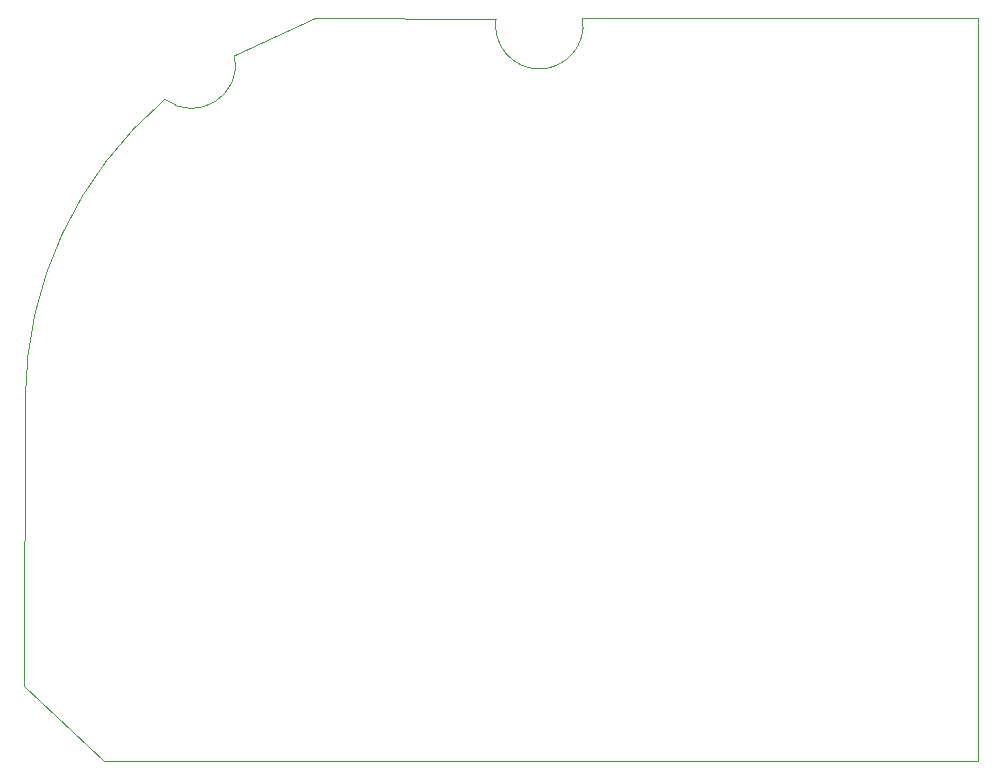
<source format=gbr>
%TF.GenerationSoftware,KiCad,Pcbnew,(5.99.0-12548-gc9aebb8529)*%
%TF.CreationDate,2021-09-28T22:04:13-04:00*%
%TF.ProjectId,TeensyWheel,5465656e-7379-4576-9865-656c2e6b6963,rev?*%
%TF.SameCoordinates,Original*%
%TF.FileFunction,Profile,NP*%
%FSLAX46Y46*%
G04 Gerber Fmt 4.6, Leading zero omitted, Abs format (unit mm)*
G04 Created by KiCad (PCBNEW (5.99.0-12548-gc9aebb8529)) date 2021-09-28 22:04:13*
%MOMM*%
%LPD*%
G01*
G04 APERTURE LIST*
%TA.AperFunction,Profile*%
%ADD10C,0.100000*%
%TD*%
G04 APERTURE END LIST*
D10*
X64750000Y-98370000D02*
X57980000Y-101470000D01*
X40190000Y-154890000D02*
X46940000Y-161220000D01*
X52090000Y-105210000D02*
G75*
G03*
X57980000Y-101470000I2263739J2942895D01*
G01*
X87450000Y-98370000D02*
X120890000Y-98370000D01*
X80120000Y-98380000D02*
X64750000Y-98370000D01*
X46940000Y-161220000D02*
X120900000Y-161220000D01*
X40260000Y-130530060D02*
X40190000Y-154890000D01*
X80120000Y-98380000D02*
G75*
G03*
X87450000Y-98370000I3665761J-553013D01*
G01*
X40260000Y-130530060D02*
G75*
G02*
X52090000Y-105210001I33438336J-199382D01*
G01*
X120900000Y-161220000D02*
X120890000Y-98370000D01*
M02*

</source>
